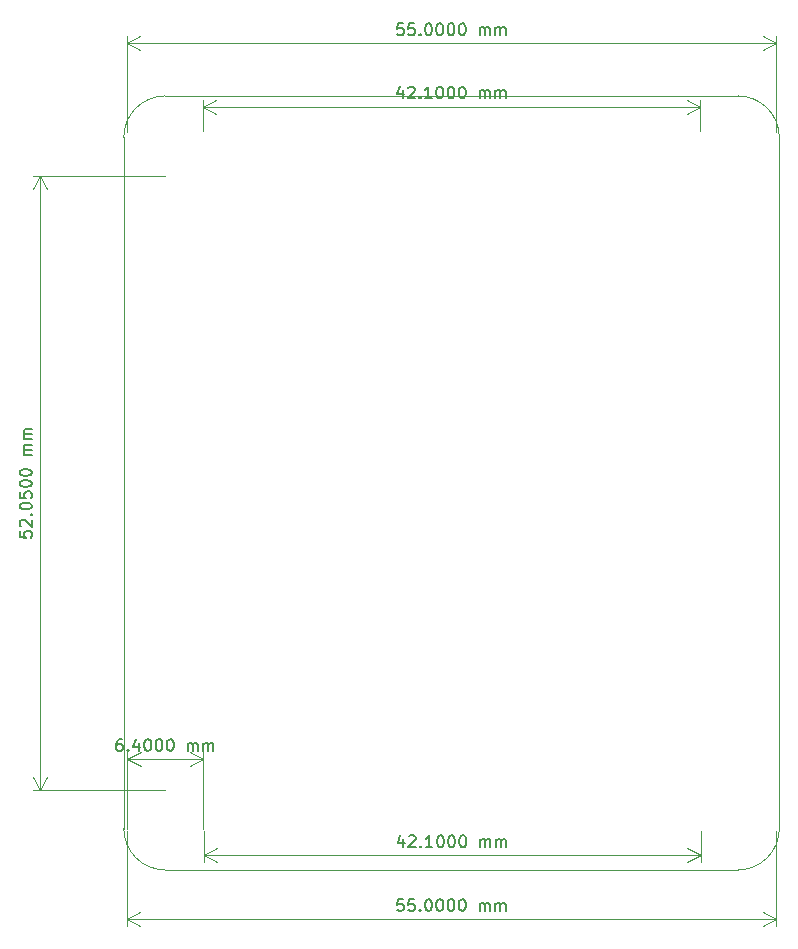
<source format=gbr>
%TF.GenerationSoftware,KiCad,Pcbnew,8.0.6*%
%TF.CreationDate,2025-03-02T18:57:53-07:00*%
%TF.ProjectId,Main Computer,4d61696e-2043-46f6-9d70-757465722e6b,rev?*%
%TF.SameCoordinates,Original*%
%TF.FileFunction,Profile,NP*%
%FSLAX46Y46*%
G04 Gerber Fmt 4.6, Leading zero omitted, Abs format (unit mm)*
G04 Created by KiCad (PCBNEW 8.0.6) date 2025-03-02 18:57:53*
%MOMM*%
%LPD*%
G01*
G04 APERTURE LIST*
%TA.AperFunction,Profile*%
%ADD10C,0.050000*%
%TD*%
%ADD11C,0.150000*%
G04 APERTURE END LIST*
D10*
X96098572Y-91300000D02*
X96098572Y-149824117D01*
X151601428Y-149824117D02*
G75*
G02*
X148100000Y-153325528I-3501428J17D01*
G01*
X99600000Y-153325545D02*
G75*
G02*
X96098555Y-149824117I0J3501445D01*
G01*
X99600000Y-153325545D02*
X148100000Y-153325545D01*
X148100000Y-87798572D02*
G75*
G02*
X151601428Y-91300000I0J-3501428D01*
G01*
X151601428Y-149824117D02*
X151601428Y-91300000D01*
X148100000Y-87798572D02*
X99600000Y-87798572D01*
X96098572Y-91300000D02*
G75*
G02*
X99600000Y-87798572I3501428J0D01*
G01*
D11*
X119754762Y-81654819D02*
X119278572Y-81654819D01*
X119278572Y-81654819D02*
X119230953Y-82131009D01*
X119230953Y-82131009D02*
X119278572Y-82083390D01*
X119278572Y-82083390D02*
X119373810Y-82035771D01*
X119373810Y-82035771D02*
X119611905Y-82035771D01*
X119611905Y-82035771D02*
X119707143Y-82083390D01*
X119707143Y-82083390D02*
X119754762Y-82131009D01*
X119754762Y-82131009D02*
X119802381Y-82226247D01*
X119802381Y-82226247D02*
X119802381Y-82464342D01*
X119802381Y-82464342D02*
X119754762Y-82559580D01*
X119754762Y-82559580D02*
X119707143Y-82607200D01*
X119707143Y-82607200D02*
X119611905Y-82654819D01*
X119611905Y-82654819D02*
X119373810Y-82654819D01*
X119373810Y-82654819D02*
X119278572Y-82607200D01*
X119278572Y-82607200D02*
X119230953Y-82559580D01*
X120707143Y-81654819D02*
X120230953Y-81654819D01*
X120230953Y-81654819D02*
X120183334Y-82131009D01*
X120183334Y-82131009D02*
X120230953Y-82083390D01*
X120230953Y-82083390D02*
X120326191Y-82035771D01*
X120326191Y-82035771D02*
X120564286Y-82035771D01*
X120564286Y-82035771D02*
X120659524Y-82083390D01*
X120659524Y-82083390D02*
X120707143Y-82131009D01*
X120707143Y-82131009D02*
X120754762Y-82226247D01*
X120754762Y-82226247D02*
X120754762Y-82464342D01*
X120754762Y-82464342D02*
X120707143Y-82559580D01*
X120707143Y-82559580D02*
X120659524Y-82607200D01*
X120659524Y-82607200D02*
X120564286Y-82654819D01*
X120564286Y-82654819D02*
X120326191Y-82654819D01*
X120326191Y-82654819D02*
X120230953Y-82607200D01*
X120230953Y-82607200D02*
X120183334Y-82559580D01*
X121183334Y-82559580D02*
X121230953Y-82607200D01*
X121230953Y-82607200D02*
X121183334Y-82654819D01*
X121183334Y-82654819D02*
X121135715Y-82607200D01*
X121135715Y-82607200D02*
X121183334Y-82559580D01*
X121183334Y-82559580D02*
X121183334Y-82654819D01*
X121850000Y-81654819D02*
X121945238Y-81654819D01*
X121945238Y-81654819D02*
X122040476Y-81702438D01*
X122040476Y-81702438D02*
X122088095Y-81750057D01*
X122088095Y-81750057D02*
X122135714Y-81845295D01*
X122135714Y-81845295D02*
X122183333Y-82035771D01*
X122183333Y-82035771D02*
X122183333Y-82273866D01*
X122183333Y-82273866D02*
X122135714Y-82464342D01*
X122135714Y-82464342D02*
X122088095Y-82559580D01*
X122088095Y-82559580D02*
X122040476Y-82607200D01*
X122040476Y-82607200D02*
X121945238Y-82654819D01*
X121945238Y-82654819D02*
X121850000Y-82654819D01*
X121850000Y-82654819D02*
X121754762Y-82607200D01*
X121754762Y-82607200D02*
X121707143Y-82559580D01*
X121707143Y-82559580D02*
X121659524Y-82464342D01*
X121659524Y-82464342D02*
X121611905Y-82273866D01*
X121611905Y-82273866D02*
X121611905Y-82035771D01*
X121611905Y-82035771D02*
X121659524Y-81845295D01*
X121659524Y-81845295D02*
X121707143Y-81750057D01*
X121707143Y-81750057D02*
X121754762Y-81702438D01*
X121754762Y-81702438D02*
X121850000Y-81654819D01*
X122802381Y-81654819D02*
X122897619Y-81654819D01*
X122897619Y-81654819D02*
X122992857Y-81702438D01*
X122992857Y-81702438D02*
X123040476Y-81750057D01*
X123040476Y-81750057D02*
X123088095Y-81845295D01*
X123088095Y-81845295D02*
X123135714Y-82035771D01*
X123135714Y-82035771D02*
X123135714Y-82273866D01*
X123135714Y-82273866D02*
X123088095Y-82464342D01*
X123088095Y-82464342D02*
X123040476Y-82559580D01*
X123040476Y-82559580D02*
X122992857Y-82607200D01*
X122992857Y-82607200D02*
X122897619Y-82654819D01*
X122897619Y-82654819D02*
X122802381Y-82654819D01*
X122802381Y-82654819D02*
X122707143Y-82607200D01*
X122707143Y-82607200D02*
X122659524Y-82559580D01*
X122659524Y-82559580D02*
X122611905Y-82464342D01*
X122611905Y-82464342D02*
X122564286Y-82273866D01*
X122564286Y-82273866D02*
X122564286Y-82035771D01*
X122564286Y-82035771D02*
X122611905Y-81845295D01*
X122611905Y-81845295D02*
X122659524Y-81750057D01*
X122659524Y-81750057D02*
X122707143Y-81702438D01*
X122707143Y-81702438D02*
X122802381Y-81654819D01*
X123754762Y-81654819D02*
X123850000Y-81654819D01*
X123850000Y-81654819D02*
X123945238Y-81702438D01*
X123945238Y-81702438D02*
X123992857Y-81750057D01*
X123992857Y-81750057D02*
X124040476Y-81845295D01*
X124040476Y-81845295D02*
X124088095Y-82035771D01*
X124088095Y-82035771D02*
X124088095Y-82273866D01*
X124088095Y-82273866D02*
X124040476Y-82464342D01*
X124040476Y-82464342D02*
X123992857Y-82559580D01*
X123992857Y-82559580D02*
X123945238Y-82607200D01*
X123945238Y-82607200D02*
X123850000Y-82654819D01*
X123850000Y-82654819D02*
X123754762Y-82654819D01*
X123754762Y-82654819D02*
X123659524Y-82607200D01*
X123659524Y-82607200D02*
X123611905Y-82559580D01*
X123611905Y-82559580D02*
X123564286Y-82464342D01*
X123564286Y-82464342D02*
X123516667Y-82273866D01*
X123516667Y-82273866D02*
X123516667Y-82035771D01*
X123516667Y-82035771D02*
X123564286Y-81845295D01*
X123564286Y-81845295D02*
X123611905Y-81750057D01*
X123611905Y-81750057D02*
X123659524Y-81702438D01*
X123659524Y-81702438D02*
X123754762Y-81654819D01*
X124707143Y-81654819D02*
X124802381Y-81654819D01*
X124802381Y-81654819D02*
X124897619Y-81702438D01*
X124897619Y-81702438D02*
X124945238Y-81750057D01*
X124945238Y-81750057D02*
X124992857Y-81845295D01*
X124992857Y-81845295D02*
X125040476Y-82035771D01*
X125040476Y-82035771D02*
X125040476Y-82273866D01*
X125040476Y-82273866D02*
X124992857Y-82464342D01*
X124992857Y-82464342D02*
X124945238Y-82559580D01*
X124945238Y-82559580D02*
X124897619Y-82607200D01*
X124897619Y-82607200D02*
X124802381Y-82654819D01*
X124802381Y-82654819D02*
X124707143Y-82654819D01*
X124707143Y-82654819D02*
X124611905Y-82607200D01*
X124611905Y-82607200D02*
X124564286Y-82559580D01*
X124564286Y-82559580D02*
X124516667Y-82464342D01*
X124516667Y-82464342D02*
X124469048Y-82273866D01*
X124469048Y-82273866D02*
X124469048Y-82035771D01*
X124469048Y-82035771D02*
X124516667Y-81845295D01*
X124516667Y-81845295D02*
X124564286Y-81750057D01*
X124564286Y-81750057D02*
X124611905Y-81702438D01*
X124611905Y-81702438D02*
X124707143Y-81654819D01*
X126230953Y-82654819D02*
X126230953Y-81988152D01*
X126230953Y-82083390D02*
X126278572Y-82035771D01*
X126278572Y-82035771D02*
X126373810Y-81988152D01*
X126373810Y-81988152D02*
X126516667Y-81988152D01*
X126516667Y-81988152D02*
X126611905Y-82035771D01*
X126611905Y-82035771D02*
X126659524Y-82131009D01*
X126659524Y-82131009D02*
X126659524Y-82654819D01*
X126659524Y-82131009D02*
X126707143Y-82035771D01*
X126707143Y-82035771D02*
X126802381Y-81988152D01*
X126802381Y-81988152D02*
X126945238Y-81988152D01*
X126945238Y-81988152D02*
X127040477Y-82035771D01*
X127040477Y-82035771D02*
X127088096Y-82131009D01*
X127088096Y-82131009D02*
X127088096Y-82654819D01*
X127564286Y-82654819D02*
X127564286Y-81988152D01*
X127564286Y-82083390D02*
X127611905Y-82035771D01*
X127611905Y-82035771D02*
X127707143Y-81988152D01*
X127707143Y-81988152D02*
X127850000Y-81988152D01*
X127850000Y-81988152D02*
X127945238Y-82035771D01*
X127945238Y-82035771D02*
X127992857Y-82131009D01*
X127992857Y-82131009D02*
X127992857Y-82654819D01*
X127992857Y-82131009D02*
X128040476Y-82035771D01*
X128040476Y-82035771D02*
X128135714Y-81988152D01*
X128135714Y-81988152D02*
X128278571Y-81988152D01*
X128278571Y-81988152D02*
X128373810Y-82035771D01*
X128373810Y-82035771D02*
X128421429Y-82131009D01*
X128421429Y-82131009D02*
X128421429Y-82654819D01*
D10*
X151350000Y-90850000D02*
X151350000Y-82763580D01*
X96350000Y-90850000D02*
X96350000Y-82763580D01*
X151350000Y-83350000D02*
X96350000Y-83350000D01*
X151350000Y-83350000D02*
X96350000Y-83350000D01*
X151350000Y-83350000D02*
X150223496Y-83936421D01*
X151350000Y-83350000D02*
X150223496Y-82763579D01*
X96350000Y-83350000D02*
X97476504Y-82763579D01*
X96350000Y-83350000D02*
X97476504Y-83936421D01*
D11*
X119757143Y-150738152D02*
X119757143Y-151404819D01*
X119519048Y-150357200D02*
X119280953Y-151071485D01*
X119280953Y-151071485D02*
X119900000Y-151071485D01*
X120233334Y-150500057D02*
X120280953Y-150452438D01*
X120280953Y-150452438D02*
X120376191Y-150404819D01*
X120376191Y-150404819D02*
X120614286Y-150404819D01*
X120614286Y-150404819D02*
X120709524Y-150452438D01*
X120709524Y-150452438D02*
X120757143Y-150500057D01*
X120757143Y-150500057D02*
X120804762Y-150595295D01*
X120804762Y-150595295D02*
X120804762Y-150690533D01*
X120804762Y-150690533D02*
X120757143Y-150833390D01*
X120757143Y-150833390D02*
X120185715Y-151404819D01*
X120185715Y-151404819D02*
X120804762Y-151404819D01*
X121233334Y-151309580D02*
X121280953Y-151357200D01*
X121280953Y-151357200D02*
X121233334Y-151404819D01*
X121233334Y-151404819D02*
X121185715Y-151357200D01*
X121185715Y-151357200D02*
X121233334Y-151309580D01*
X121233334Y-151309580D02*
X121233334Y-151404819D01*
X122233333Y-151404819D02*
X121661905Y-151404819D01*
X121947619Y-151404819D02*
X121947619Y-150404819D01*
X121947619Y-150404819D02*
X121852381Y-150547676D01*
X121852381Y-150547676D02*
X121757143Y-150642914D01*
X121757143Y-150642914D02*
X121661905Y-150690533D01*
X122852381Y-150404819D02*
X122947619Y-150404819D01*
X122947619Y-150404819D02*
X123042857Y-150452438D01*
X123042857Y-150452438D02*
X123090476Y-150500057D01*
X123090476Y-150500057D02*
X123138095Y-150595295D01*
X123138095Y-150595295D02*
X123185714Y-150785771D01*
X123185714Y-150785771D02*
X123185714Y-151023866D01*
X123185714Y-151023866D02*
X123138095Y-151214342D01*
X123138095Y-151214342D02*
X123090476Y-151309580D01*
X123090476Y-151309580D02*
X123042857Y-151357200D01*
X123042857Y-151357200D02*
X122947619Y-151404819D01*
X122947619Y-151404819D02*
X122852381Y-151404819D01*
X122852381Y-151404819D02*
X122757143Y-151357200D01*
X122757143Y-151357200D02*
X122709524Y-151309580D01*
X122709524Y-151309580D02*
X122661905Y-151214342D01*
X122661905Y-151214342D02*
X122614286Y-151023866D01*
X122614286Y-151023866D02*
X122614286Y-150785771D01*
X122614286Y-150785771D02*
X122661905Y-150595295D01*
X122661905Y-150595295D02*
X122709524Y-150500057D01*
X122709524Y-150500057D02*
X122757143Y-150452438D01*
X122757143Y-150452438D02*
X122852381Y-150404819D01*
X123804762Y-150404819D02*
X123900000Y-150404819D01*
X123900000Y-150404819D02*
X123995238Y-150452438D01*
X123995238Y-150452438D02*
X124042857Y-150500057D01*
X124042857Y-150500057D02*
X124090476Y-150595295D01*
X124090476Y-150595295D02*
X124138095Y-150785771D01*
X124138095Y-150785771D02*
X124138095Y-151023866D01*
X124138095Y-151023866D02*
X124090476Y-151214342D01*
X124090476Y-151214342D02*
X124042857Y-151309580D01*
X124042857Y-151309580D02*
X123995238Y-151357200D01*
X123995238Y-151357200D02*
X123900000Y-151404819D01*
X123900000Y-151404819D02*
X123804762Y-151404819D01*
X123804762Y-151404819D02*
X123709524Y-151357200D01*
X123709524Y-151357200D02*
X123661905Y-151309580D01*
X123661905Y-151309580D02*
X123614286Y-151214342D01*
X123614286Y-151214342D02*
X123566667Y-151023866D01*
X123566667Y-151023866D02*
X123566667Y-150785771D01*
X123566667Y-150785771D02*
X123614286Y-150595295D01*
X123614286Y-150595295D02*
X123661905Y-150500057D01*
X123661905Y-150500057D02*
X123709524Y-150452438D01*
X123709524Y-150452438D02*
X123804762Y-150404819D01*
X124757143Y-150404819D02*
X124852381Y-150404819D01*
X124852381Y-150404819D02*
X124947619Y-150452438D01*
X124947619Y-150452438D02*
X124995238Y-150500057D01*
X124995238Y-150500057D02*
X125042857Y-150595295D01*
X125042857Y-150595295D02*
X125090476Y-150785771D01*
X125090476Y-150785771D02*
X125090476Y-151023866D01*
X125090476Y-151023866D02*
X125042857Y-151214342D01*
X125042857Y-151214342D02*
X124995238Y-151309580D01*
X124995238Y-151309580D02*
X124947619Y-151357200D01*
X124947619Y-151357200D02*
X124852381Y-151404819D01*
X124852381Y-151404819D02*
X124757143Y-151404819D01*
X124757143Y-151404819D02*
X124661905Y-151357200D01*
X124661905Y-151357200D02*
X124614286Y-151309580D01*
X124614286Y-151309580D02*
X124566667Y-151214342D01*
X124566667Y-151214342D02*
X124519048Y-151023866D01*
X124519048Y-151023866D02*
X124519048Y-150785771D01*
X124519048Y-150785771D02*
X124566667Y-150595295D01*
X124566667Y-150595295D02*
X124614286Y-150500057D01*
X124614286Y-150500057D02*
X124661905Y-150452438D01*
X124661905Y-150452438D02*
X124757143Y-150404819D01*
X126280953Y-151404819D02*
X126280953Y-150738152D01*
X126280953Y-150833390D02*
X126328572Y-150785771D01*
X126328572Y-150785771D02*
X126423810Y-150738152D01*
X126423810Y-150738152D02*
X126566667Y-150738152D01*
X126566667Y-150738152D02*
X126661905Y-150785771D01*
X126661905Y-150785771D02*
X126709524Y-150881009D01*
X126709524Y-150881009D02*
X126709524Y-151404819D01*
X126709524Y-150881009D02*
X126757143Y-150785771D01*
X126757143Y-150785771D02*
X126852381Y-150738152D01*
X126852381Y-150738152D02*
X126995238Y-150738152D01*
X126995238Y-150738152D02*
X127090477Y-150785771D01*
X127090477Y-150785771D02*
X127138096Y-150881009D01*
X127138096Y-150881009D02*
X127138096Y-151404819D01*
X127614286Y-151404819D02*
X127614286Y-150738152D01*
X127614286Y-150833390D02*
X127661905Y-150785771D01*
X127661905Y-150785771D02*
X127757143Y-150738152D01*
X127757143Y-150738152D02*
X127900000Y-150738152D01*
X127900000Y-150738152D02*
X127995238Y-150785771D01*
X127995238Y-150785771D02*
X128042857Y-150881009D01*
X128042857Y-150881009D02*
X128042857Y-151404819D01*
X128042857Y-150881009D02*
X128090476Y-150785771D01*
X128090476Y-150785771D02*
X128185714Y-150738152D01*
X128185714Y-150738152D02*
X128328571Y-150738152D01*
X128328571Y-150738152D02*
X128423810Y-150785771D01*
X128423810Y-150785771D02*
X128471429Y-150881009D01*
X128471429Y-150881009D02*
X128471429Y-151404819D01*
D10*
X144950000Y-150000000D02*
X144950000Y-152686420D01*
X102850000Y-150000000D02*
X102850000Y-152686420D01*
X144950000Y-152100000D02*
X102850000Y-152100000D01*
X144950000Y-152100000D02*
X102850000Y-152100000D01*
X144950000Y-152100000D02*
X143823496Y-152686421D01*
X144950000Y-152100000D02*
X143823496Y-151513579D01*
X102850000Y-152100000D02*
X103976504Y-151513579D01*
X102850000Y-152100000D02*
X103976504Y-152686421D01*
D11*
X87304819Y-124670237D02*
X87304819Y-125146427D01*
X87304819Y-125146427D02*
X87781009Y-125194046D01*
X87781009Y-125194046D02*
X87733390Y-125146427D01*
X87733390Y-125146427D02*
X87685771Y-125051189D01*
X87685771Y-125051189D02*
X87685771Y-124813094D01*
X87685771Y-124813094D02*
X87733390Y-124717856D01*
X87733390Y-124717856D02*
X87781009Y-124670237D01*
X87781009Y-124670237D02*
X87876247Y-124622618D01*
X87876247Y-124622618D02*
X88114342Y-124622618D01*
X88114342Y-124622618D02*
X88209580Y-124670237D01*
X88209580Y-124670237D02*
X88257200Y-124717856D01*
X88257200Y-124717856D02*
X88304819Y-124813094D01*
X88304819Y-124813094D02*
X88304819Y-125051189D01*
X88304819Y-125051189D02*
X88257200Y-125146427D01*
X88257200Y-125146427D02*
X88209580Y-125194046D01*
X87400057Y-124241665D02*
X87352438Y-124194046D01*
X87352438Y-124194046D02*
X87304819Y-124098808D01*
X87304819Y-124098808D02*
X87304819Y-123860713D01*
X87304819Y-123860713D02*
X87352438Y-123765475D01*
X87352438Y-123765475D02*
X87400057Y-123717856D01*
X87400057Y-123717856D02*
X87495295Y-123670237D01*
X87495295Y-123670237D02*
X87590533Y-123670237D01*
X87590533Y-123670237D02*
X87733390Y-123717856D01*
X87733390Y-123717856D02*
X88304819Y-124289284D01*
X88304819Y-124289284D02*
X88304819Y-123670237D01*
X88209580Y-123241665D02*
X88257200Y-123194046D01*
X88257200Y-123194046D02*
X88304819Y-123241665D01*
X88304819Y-123241665D02*
X88257200Y-123289284D01*
X88257200Y-123289284D02*
X88209580Y-123241665D01*
X88209580Y-123241665D02*
X88304819Y-123241665D01*
X87304819Y-122574999D02*
X87304819Y-122479761D01*
X87304819Y-122479761D02*
X87352438Y-122384523D01*
X87352438Y-122384523D02*
X87400057Y-122336904D01*
X87400057Y-122336904D02*
X87495295Y-122289285D01*
X87495295Y-122289285D02*
X87685771Y-122241666D01*
X87685771Y-122241666D02*
X87923866Y-122241666D01*
X87923866Y-122241666D02*
X88114342Y-122289285D01*
X88114342Y-122289285D02*
X88209580Y-122336904D01*
X88209580Y-122336904D02*
X88257200Y-122384523D01*
X88257200Y-122384523D02*
X88304819Y-122479761D01*
X88304819Y-122479761D02*
X88304819Y-122574999D01*
X88304819Y-122574999D02*
X88257200Y-122670237D01*
X88257200Y-122670237D02*
X88209580Y-122717856D01*
X88209580Y-122717856D02*
X88114342Y-122765475D01*
X88114342Y-122765475D02*
X87923866Y-122813094D01*
X87923866Y-122813094D02*
X87685771Y-122813094D01*
X87685771Y-122813094D02*
X87495295Y-122765475D01*
X87495295Y-122765475D02*
X87400057Y-122717856D01*
X87400057Y-122717856D02*
X87352438Y-122670237D01*
X87352438Y-122670237D02*
X87304819Y-122574999D01*
X87304819Y-121336904D02*
X87304819Y-121813094D01*
X87304819Y-121813094D02*
X87781009Y-121860713D01*
X87781009Y-121860713D02*
X87733390Y-121813094D01*
X87733390Y-121813094D02*
X87685771Y-121717856D01*
X87685771Y-121717856D02*
X87685771Y-121479761D01*
X87685771Y-121479761D02*
X87733390Y-121384523D01*
X87733390Y-121384523D02*
X87781009Y-121336904D01*
X87781009Y-121336904D02*
X87876247Y-121289285D01*
X87876247Y-121289285D02*
X88114342Y-121289285D01*
X88114342Y-121289285D02*
X88209580Y-121336904D01*
X88209580Y-121336904D02*
X88257200Y-121384523D01*
X88257200Y-121384523D02*
X88304819Y-121479761D01*
X88304819Y-121479761D02*
X88304819Y-121717856D01*
X88304819Y-121717856D02*
X88257200Y-121813094D01*
X88257200Y-121813094D02*
X88209580Y-121860713D01*
X87304819Y-120670237D02*
X87304819Y-120574999D01*
X87304819Y-120574999D02*
X87352438Y-120479761D01*
X87352438Y-120479761D02*
X87400057Y-120432142D01*
X87400057Y-120432142D02*
X87495295Y-120384523D01*
X87495295Y-120384523D02*
X87685771Y-120336904D01*
X87685771Y-120336904D02*
X87923866Y-120336904D01*
X87923866Y-120336904D02*
X88114342Y-120384523D01*
X88114342Y-120384523D02*
X88209580Y-120432142D01*
X88209580Y-120432142D02*
X88257200Y-120479761D01*
X88257200Y-120479761D02*
X88304819Y-120574999D01*
X88304819Y-120574999D02*
X88304819Y-120670237D01*
X88304819Y-120670237D02*
X88257200Y-120765475D01*
X88257200Y-120765475D02*
X88209580Y-120813094D01*
X88209580Y-120813094D02*
X88114342Y-120860713D01*
X88114342Y-120860713D02*
X87923866Y-120908332D01*
X87923866Y-120908332D02*
X87685771Y-120908332D01*
X87685771Y-120908332D02*
X87495295Y-120860713D01*
X87495295Y-120860713D02*
X87400057Y-120813094D01*
X87400057Y-120813094D02*
X87352438Y-120765475D01*
X87352438Y-120765475D02*
X87304819Y-120670237D01*
X87304819Y-119717856D02*
X87304819Y-119622618D01*
X87304819Y-119622618D02*
X87352438Y-119527380D01*
X87352438Y-119527380D02*
X87400057Y-119479761D01*
X87400057Y-119479761D02*
X87495295Y-119432142D01*
X87495295Y-119432142D02*
X87685771Y-119384523D01*
X87685771Y-119384523D02*
X87923866Y-119384523D01*
X87923866Y-119384523D02*
X88114342Y-119432142D01*
X88114342Y-119432142D02*
X88209580Y-119479761D01*
X88209580Y-119479761D02*
X88257200Y-119527380D01*
X88257200Y-119527380D02*
X88304819Y-119622618D01*
X88304819Y-119622618D02*
X88304819Y-119717856D01*
X88304819Y-119717856D02*
X88257200Y-119813094D01*
X88257200Y-119813094D02*
X88209580Y-119860713D01*
X88209580Y-119860713D02*
X88114342Y-119908332D01*
X88114342Y-119908332D02*
X87923866Y-119955951D01*
X87923866Y-119955951D02*
X87685771Y-119955951D01*
X87685771Y-119955951D02*
X87495295Y-119908332D01*
X87495295Y-119908332D02*
X87400057Y-119860713D01*
X87400057Y-119860713D02*
X87352438Y-119813094D01*
X87352438Y-119813094D02*
X87304819Y-119717856D01*
X88304819Y-118194046D02*
X87638152Y-118194046D01*
X87733390Y-118194046D02*
X87685771Y-118146427D01*
X87685771Y-118146427D02*
X87638152Y-118051189D01*
X87638152Y-118051189D02*
X87638152Y-117908332D01*
X87638152Y-117908332D02*
X87685771Y-117813094D01*
X87685771Y-117813094D02*
X87781009Y-117765475D01*
X87781009Y-117765475D02*
X88304819Y-117765475D01*
X87781009Y-117765475D02*
X87685771Y-117717856D01*
X87685771Y-117717856D02*
X87638152Y-117622618D01*
X87638152Y-117622618D02*
X87638152Y-117479761D01*
X87638152Y-117479761D02*
X87685771Y-117384522D01*
X87685771Y-117384522D02*
X87781009Y-117336903D01*
X87781009Y-117336903D02*
X88304819Y-117336903D01*
X88304819Y-116860713D02*
X87638152Y-116860713D01*
X87733390Y-116860713D02*
X87685771Y-116813094D01*
X87685771Y-116813094D02*
X87638152Y-116717856D01*
X87638152Y-116717856D02*
X87638152Y-116574999D01*
X87638152Y-116574999D02*
X87685771Y-116479761D01*
X87685771Y-116479761D02*
X87781009Y-116432142D01*
X87781009Y-116432142D02*
X88304819Y-116432142D01*
X87781009Y-116432142D02*
X87685771Y-116384523D01*
X87685771Y-116384523D02*
X87638152Y-116289285D01*
X87638152Y-116289285D02*
X87638152Y-116146428D01*
X87638152Y-116146428D02*
X87685771Y-116051189D01*
X87685771Y-116051189D02*
X87781009Y-116003570D01*
X87781009Y-116003570D02*
X88304819Y-116003570D01*
D10*
X99600000Y-146600000D02*
X88413580Y-146600000D01*
X99600000Y-94550000D02*
X88413580Y-94550000D01*
X89000000Y-146600000D02*
X89000000Y-94550000D01*
X89000000Y-146600000D02*
X89000000Y-94550000D01*
X89000000Y-146600000D02*
X88413579Y-145473496D01*
X89000000Y-146600000D02*
X89586421Y-145473496D01*
X89000000Y-94550000D02*
X89586421Y-95676504D01*
X89000000Y-94550000D02*
X88413579Y-95676504D01*
D11*
X119707143Y-87338152D02*
X119707143Y-88004819D01*
X119469048Y-86957200D02*
X119230953Y-87671485D01*
X119230953Y-87671485D02*
X119850000Y-87671485D01*
X120183334Y-87100057D02*
X120230953Y-87052438D01*
X120230953Y-87052438D02*
X120326191Y-87004819D01*
X120326191Y-87004819D02*
X120564286Y-87004819D01*
X120564286Y-87004819D02*
X120659524Y-87052438D01*
X120659524Y-87052438D02*
X120707143Y-87100057D01*
X120707143Y-87100057D02*
X120754762Y-87195295D01*
X120754762Y-87195295D02*
X120754762Y-87290533D01*
X120754762Y-87290533D02*
X120707143Y-87433390D01*
X120707143Y-87433390D02*
X120135715Y-88004819D01*
X120135715Y-88004819D02*
X120754762Y-88004819D01*
X121183334Y-87909580D02*
X121230953Y-87957200D01*
X121230953Y-87957200D02*
X121183334Y-88004819D01*
X121183334Y-88004819D02*
X121135715Y-87957200D01*
X121135715Y-87957200D02*
X121183334Y-87909580D01*
X121183334Y-87909580D02*
X121183334Y-88004819D01*
X122183333Y-88004819D02*
X121611905Y-88004819D01*
X121897619Y-88004819D02*
X121897619Y-87004819D01*
X121897619Y-87004819D02*
X121802381Y-87147676D01*
X121802381Y-87147676D02*
X121707143Y-87242914D01*
X121707143Y-87242914D02*
X121611905Y-87290533D01*
X122802381Y-87004819D02*
X122897619Y-87004819D01*
X122897619Y-87004819D02*
X122992857Y-87052438D01*
X122992857Y-87052438D02*
X123040476Y-87100057D01*
X123040476Y-87100057D02*
X123088095Y-87195295D01*
X123088095Y-87195295D02*
X123135714Y-87385771D01*
X123135714Y-87385771D02*
X123135714Y-87623866D01*
X123135714Y-87623866D02*
X123088095Y-87814342D01*
X123088095Y-87814342D02*
X123040476Y-87909580D01*
X123040476Y-87909580D02*
X122992857Y-87957200D01*
X122992857Y-87957200D02*
X122897619Y-88004819D01*
X122897619Y-88004819D02*
X122802381Y-88004819D01*
X122802381Y-88004819D02*
X122707143Y-87957200D01*
X122707143Y-87957200D02*
X122659524Y-87909580D01*
X122659524Y-87909580D02*
X122611905Y-87814342D01*
X122611905Y-87814342D02*
X122564286Y-87623866D01*
X122564286Y-87623866D02*
X122564286Y-87385771D01*
X122564286Y-87385771D02*
X122611905Y-87195295D01*
X122611905Y-87195295D02*
X122659524Y-87100057D01*
X122659524Y-87100057D02*
X122707143Y-87052438D01*
X122707143Y-87052438D02*
X122802381Y-87004819D01*
X123754762Y-87004819D02*
X123850000Y-87004819D01*
X123850000Y-87004819D02*
X123945238Y-87052438D01*
X123945238Y-87052438D02*
X123992857Y-87100057D01*
X123992857Y-87100057D02*
X124040476Y-87195295D01*
X124040476Y-87195295D02*
X124088095Y-87385771D01*
X124088095Y-87385771D02*
X124088095Y-87623866D01*
X124088095Y-87623866D02*
X124040476Y-87814342D01*
X124040476Y-87814342D02*
X123992857Y-87909580D01*
X123992857Y-87909580D02*
X123945238Y-87957200D01*
X123945238Y-87957200D02*
X123850000Y-88004819D01*
X123850000Y-88004819D02*
X123754762Y-88004819D01*
X123754762Y-88004819D02*
X123659524Y-87957200D01*
X123659524Y-87957200D02*
X123611905Y-87909580D01*
X123611905Y-87909580D02*
X123564286Y-87814342D01*
X123564286Y-87814342D02*
X123516667Y-87623866D01*
X123516667Y-87623866D02*
X123516667Y-87385771D01*
X123516667Y-87385771D02*
X123564286Y-87195295D01*
X123564286Y-87195295D02*
X123611905Y-87100057D01*
X123611905Y-87100057D02*
X123659524Y-87052438D01*
X123659524Y-87052438D02*
X123754762Y-87004819D01*
X124707143Y-87004819D02*
X124802381Y-87004819D01*
X124802381Y-87004819D02*
X124897619Y-87052438D01*
X124897619Y-87052438D02*
X124945238Y-87100057D01*
X124945238Y-87100057D02*
X124992857Y-87195295D01*
X124992857Y-87195295D02*
X125040476Y-87385771D01*
X125040476Y-87385771D02*
X125040476Y-87623866D01*
X125040476Y-87623866D02*
X124992857Y-87814342D01*
X124992857Y-87814342D02*
X124945238Y-87909580D01*
X124945238Y-87909580D02*
X124897619Y-87957200D01*
X124897619Y-87957200D02*
X124802381Y-88004819D01*
X124802381Y-88004819D02*
X124707143Y-88004819D01*
X124707143Y-88004819D02*
X124611905Y-87957200D01*
X124611905Y-87957200D02*
X124564286Y-87909580D01*
X124564286Y-87909580D02*
X124516667Y-87814342D01*
X124516667Y-87814342D02*
X124469048Y-87623866D01*
X124469048Y-87623866D02*
X124469048Y-87385771D01*
X124469048Y-87385771D02*
X124516667Y-87195295D01*
X124516667Y-87195295D02*
X124564286Y-87100057D01*
X124564286Y-87100057D02*
X124611905Y-87052438D01*
X124611905Y-87052438D02*
X124707143Y-87004819D01*
X126230953Y-88004819D02*
X126230953Y-87338152D01*
X126230953Y-87433390D02*
X126278572Y-87385771D01*
X126278572Y-87385771D02*
X126373810Y-87338152D01*
X126373810Y-87338152D02*
X126516667Y-87338152D01*
X126516667Y-87338152D02*
X126611905Y-87385771D01*
X126611905Y-87385771D02*
X126659524Y-87481009D01*
X126659524Y-87481009D02*
X126659524Y-88004819D01*
X126659524Y-87481009D02*
X126707143Y-87385771D01*
X126707143Y-87385771D02*
X126802381Y-87338152D01*
X126802381Y-87338152D02*
X126945238Y-87338152D01*
X126945238Y-87338152D02*
X127040477Y-87385771D01*
X127040477Y-87385771D02*
X127088096Y-87481009D01*
X127088096Y-87481009D02*
X127088096Y-88004819D01*
X127564286Y-88004819D02*
X127564286Y-87338152D01*
X127564286Y-87433390D02*
X127611905Y-87385771D01*
X127611905Y-87385771D02*
X127707143Y-87338152D01*
X127707143Y-87338152D02*
X127850000Y-87338152D01*
X127850000Y-87338152D02*
X127945238Y-87385771D01*
X127945238Y-87385771D02*
X127992857Y-87481009D01*
X127992857Y-87481009D02*
X127992857Y-88004819D01*
X127992857Y-87481009D02*
X128040476Y-87385771D01*
X128040476Y-87385771D02*
X128135714Y-87338152D01*
X128135714Y-87338152D02*
X128278571Y-87338152D01*
X128278571Y-87338152D02*
X128373810Y-87385771D01*
X128373810Y-87385771D02*
X128421429Y-87481009D01*
X128421429Y-87481009D02*
X128421429Y-88004819D01*
D10*
X102800000Y-90800000D02*
X102800000Y-88113580D01*
X144900000Y-90800000D02*
X144900000Y-88113580D01*
X102800000Y-88700000D02*
X144900000Y-88700000D01*
X102800000Y-88700000D02*
X144900000Y-88700000D01*
X102800000Y-88700000D02*
X103926504Y-88113579D01*
X102800000Y-88700000D02*
X103926504Y-89286421D01*
X144900000Y-88700000D02*
X143773496Y-89286421D01*
X144900000Y-88700000D02*
X143773496Y-88113579D01*
D11*
X119754762Y-155804819D02*
X119278572Y-155804819D01*
X119278572Y-155804819D02*
X119230953Y-156281009D01*
X119230953Y-156281009D02*
X119278572Y-156233390D01*
X119278572Y-156233390D02*
X119373810Y-156185771D01*
X119373810Y-156185771D02*
X119611905Y-156185771D01*
X119611905Y-156185771D02*
X119707143Y-156233390D01*
X119707143Y-156233390D02*
X119754762Y-156281009D01*
X119754762Y-156281009D02*
X119802381Y-156376247D01*
X119802381Y-156376247D02*
X119802381Y-156614342D01*
X119802381Y-156614342D02*
X119754762Y-156709580D01*
X119754762Y-156709580D02*
X119707143Y-156757200D01*
X119707143Y-156757200D02*
X119611905Y-156804819D01*
X119611905Y-156804819D02*
X119373810Y-156804819D01*
X119373810Y-156804819D02*
X119278572Y-156757200D01*
X119278572Y-156757200D02*
X119230953Y-156709580D01*
X120707143Y-155804819D02*
X120230953Y-155804819D01*
X120230953Y-155804819D02*
X120183334Y-156281009D01*
X120183334Y-156281009D02*
X120230953Y-156233390D01*
X120230953Y-156233390D02*
X120326191Y-156185771D01*
X120326191Y-156185771D02*
X120564286Y-156185771D01*
X120564286Y-156185771D02*
X120659524Y-156233390D01*
X120659524Y-156233390D02*
X120707143Y-156281009D01*
X120707143Y-156281009D02*
X120754762Y-156376247D01*
X120754762Y-156376247D02*
X120754762Y-156614342D01*
X120754762Y-156614342D02*
X120707143Y-156709580D01*
X120707143Y-156709580D02*
X120659524Y-156757200D01*
X120659524Y-156757200D02*
X120564286Y-156804819D01*
X120564286Y-156804819D02*
X120326191Y-156804819D01*
X120326191Y-156804819D02*
X120230953Y-156757200D01*
X120230953Y-156757200D02*
X120183334Y-156709580D01*
X121183334Y-156709580D02*
X121230953Y-156757200D01*
X121230953Y-156757200D02*
X121183334Y-156804819D01*
X121183334Y-156804819D02*
X121135715Y-156757200D01*
X121135715Y-156757200D02*
X121183334Y-156709580D01*
X121183334Y-156709580D02*
X121183334Y-156804819D01*
X121850000Y-155804819D02*
X121945238Y-155804819D01*
X121945238Y-155804819D02*
X122040476Y-155852438D01*
X122040476Y-155852438D02*
X122088095Y-155900057D01*
X122088095Y-155900057D02*
X122135714Y-155995295D01*
X122135714Y-155995295D02*
X122183333Y-156185771D01*
X122183333Y-156185771D02*
X122183333Y-156423866D01*
X122183333Y-156423866D02*
X122135714Y-156614342D01*
X122135714Y-156614342D02*
X122088095Y-156709580D01*
X122088095Y-156709580D02*
X122040476Y-156757200D01*
X122040476Y-156757200D02*
X121945238Y-156804819D01*
X121945238Y-156804819D02*
X121850000Y-156804819D01*
X121850000Y-156804819D02*
X121754762Y-156757200D01*
X121754762Y-156757200D02*
X121707143Y-156709580D01*
X121707143Y-156709580D02*
X121659524Y-156614342D01*
X121659524Y-156614342D02*
X121611905Y-156423866D01*
X121611905Y-156423866D02*
X121611905Y-156185771D01*
X121611905Y-156185771D02*
X121659524Y-155995295D01*
X121659524Y-155995295D02*
X121707143Y-155900057D01*
X121707143Y-155900057D02*
X121754762Y-155852438D01*
X121754762Y-155852438D02*
X121850000Y-155804819D01*
X122802381Y-155804819D02*
X122897619Y-155804819D01*
X122897619Y-155804819D02*
X122992857Y-155852438D01*
X122992857Y-155852438D02*
X123040476Y-155900057D01*
X123040476Y-155900057D02*
X123088095Y-155995295D01*
X123088095Y-155995295D02*
X123135714Y-156185771D01*
X123135714Y-156185771D02*
X123135714Y-156423866D01*
X123135714Y-156423866D02*
X123088095Y-156614342D01*
X123088095Y-156614342D02*
X123040476Y-156709580D01*
X123040476Y-156709580D02*
X122992857Y-156757200D01*
X122992857Y-156757200D02*
X122897619Y-156804819D01*
X122897619Y-156804819D02*
X122802381Y-156804819D01*
X122802381Y-156804819D02*
X122707143Y-156757200D01*
X122707143Y-156757200D02*
X122659524Y-156709580D01*
X122659524Y-156709580D02*
X122611905Y-156614342D01*
X122611905Y-156614342D02*
X122564286Y-156423866D01*
X122564286Y-156423866D02*
X122564286Y-156185771D01*
X122564286Y-156185771D02*
X122611905Y-155995295D01*
X122611905Y-155995295D02*
X122659524Y-155900057D01*
X122659524Y-155900057D02*
X122707143Y-155852438D01*
X122707143Y-155852438D02*
X122802381Y-155804819D01*
X123754762Y-155804819D02*
X123850000Y-155804819D01*
X123850000Y-155804819D02*
X123945238Y-155852438D01*
X123945238Y-155852438D02*
X123992857Y-155900057D01*
X123992857Y-155900057D02*
X124040476Y-155995295D01*
X124040476Y-155995295D02*
X124088095Y-156185771D01*
X124088095Y-156185771D02*
X124088095Y-156423866D01*
X124088095Y-156423866D02*
X124040476Y-156614342D01*
X124040476Y-156614342D02*
X123992857Y-156709580D01*
X123992857Y-156709580D02*
X123945238Y-156757200D01*
X123945238Y-156757200D02*
X123850000Y-156804819D01*
X123850000Y-156804819D02*
X123754762Y-156804819D01*
X123754762Y-156804819D02*
X123659524Y-156757200D01*
X123659524Y-156757200D02*
X123611905Y-156709580D01*
X123611905Y-156709580D02*
X123564286Y-156614342D01*
X123564286Y-156614342D02*
X123516667Y-156423866D01*
X123516667Y-156423866D02*
X123516667Y-156185771D01*
X123516667Y-156185771D02*
X123564286Y-155995295D01*
X123564286Y-155995295D02*
X123611905Y-155900057D01*
X123611905Y-155900057D02*
X123659524Y-155852438D01*
X123659524Y-155852438D02*
X123754762Y-155804819D01*
X124707143Y-155804819D02*
X124802381Y-155804819D01*
X124802381Y-155804819D02*
X124897619Y-155852438D01*
X124897619Y-155852438D02*
X124945238Y-155900057D01*
X124945238Y-155900057D02*
X124992857Y-155995295D01*
X124992857Y-155995295D02*
X125040476Y-156185771D01*
X125040476Y-156185771D02*
X125040476Y-156423866D01*
X125040476Y-156423866D02*
X124992857Y-156614342D01*
X124992857Y-156614342D02*
X124945238Y-156709580D01*
X124945238Y-156709580D02*
X124897619Y-156757200D01*
X124897619Y-156757200D02*
X124802381Y-156804819D01*
X124802381Y-156804819D02*
X124707143Y-156804819D01*
X124707143Y-156804819D02*
X124611905Y-156757200D01*
X124611905Y-156757200D02*
X124564286Y-156709580D01*
X124564286Y-156709580D02*
X124516667Y-156614342D01*
X124516667Y-156614342D02*
X124469048Y-156423866D01*
X124469048Y-156423866D02*
X124469048Y-156185771D01*
X124469048Y-156185771D02*
X124516667Y-155995295D01*
X124516667Y-155995295D02*
X124564286Y-155900057D01*
X124564286Y-155900057D02*
X124611905Y-155852438D01*
X124611905Y-155852438D02*
X124707143Y-155804819D01*
X126230953Y-156804819D02*
X126230953Y-156138152D01*
X126230953Y-156233390D02*
X126278572Y-156185771D01*
X126278572Y-156185771D02*
X126373810Y-156138152D01*
X126373810Y-156138152D02*
X126516667Y-156138152D01*
X126516667Y-156138152D02*
X126611905Y-156185771D01*
X126611905Y-156185771D02*
X126659524Y-156281009D01*
X126659524Y-156281009D02*
X126659524Y-156804819D01*
X126659524Y-156281009D02*
X126707143Y-156185771D01*
X126707143Y-156185771D02*
X126802381Y-156138152D01*
X126802381Y-156138152D02*
X126945238Y-156138152D01*
X126945238Y-156138152D02*
X127040477Y-156185771D01*
X127040477Y-156185771D02*
X127088096Y-156281009D01*
X127088096Y-156281009D02*
X127088096Y-156804819D01*
X127564286Y-156804819D02*
X127564286Y-156138152D01*
X127564286Y-156233390D02*
X127611905Y-156185771D01*
X127611905Y-156185771D02*
X127707143Y-156138152D01*
X127707143Y-156138152D02*
X127850000Y-156138152D01*
X127850000Y-156138152D02*
X127945238Y-156185771D01*
X127945238Y-156185771D02*
X127992857Y-156281009D01*
X127992857Y-156281009D02*
X127992857Y-156804819D01*
X127992857Y-156281009D02*
X128040476Y-156185771D01*
X128040476Y-156185771D02*
X128135714Y-156138152D01*
X128135714Y-156138152D02*
X128278571Y-156138152D01*
X128278571Y-156138152D02*
X128373810Y-156185771D01*
X128373810Y-156185771D02*
X128421429Y-156281009D01*
X128421429Y-156281009D02*
X128421429Y-156804819D01*
D10*
X96350000Y-150000000D02*
X96350000Y-158086420D01*
X151350000Y-150000000D02*
X151350000Y-158086420D01*
X96350000Y-157500000D02*
X151350000Y-157500000D01*
X96350000Y-157500000D02*
X151350000Y-157500000D01*
X96350000Y-157500000D02*
X97476504Y-156913579D01*
X96350000Y-157500000D02*
X97476504Y-158086421D01*
X151350000Y-157500000D02*
X150223496Y-158086421D01*
X151350000Y-157500000D02*
X150223496Y-156913579D01*
D11*
X95933333Y-142254819D02*
X95742857Y-142254819D01*
X95742857Y-142254819D02*
X95647619Y-142302438D01*
X95647619Y-142302438D02*
X95600000Y-142350057D01*
X95600000Y-142350057D02*
X95504762Y-142492914D01*
X95504762Y-142492914D02*
X95457143Y-142683390D01*
X95457143Y-142683390D02*
X95457143Y-143064342D01*
X95457143Y-143064342D02*
X95504762Y-143159580D01*
X95504762Y-143159580D02*
X95552381Y-143207200D01*
X95552381Y-143207200D02*
X95647619Y-143254819D01*
X95647619Y-143254819D02*
X95838095Y-143254819D01*
X95838095Y-143254819D02*
X95933333Y-143207200D01*
X95933333Y-143207200D02*
X95980952Y-143159580D01*
X95980952Y-143159580D02*
X96028571Y-143064342D01*
X96028571Y-143064342D02*
X96028571Y-142826247D01*
X96028571Y-142826247D02*
X95980952Y-142731009D01*
X95980952Y-142731009D02*
X95933333Y-142683390D01*
X95933333Y-142683390D02*
X95838095Y-142635771D01*
X95838095Y-142635771D02*
X95647619Y-142635771D01*
X95647619Y-142635771D02*
X95552381Y-142683390D01*
X95552381Y-142683390D02*
X95504762Y-142731009D01*
X95504762Y-142731009D02*
X95457143Y-142826247D01*
X96457143Y-143159580D02*
X96504762Y-143207200D01*
X96504762Y-143207200D02*
X96457143Y-143254819D01*
X96457143Y-143254819D02*
X96409524Y-143207200D01*
X96409524Y-143207200D02*
X96457143Y-143159580D01*
X96457143Y-143159580D02*
X96457143Y-143254819D01*
X97361904Y-142588152D02*
X97361904Y-143254819D01*
X97123809Y-142207200D02*
X96885714Y-142921485D01*
X96885714Y-142921485D02*
X97504761Y-142921485D01*
X98076190Y-142254819D02*
X98171428Y-142254819D01*
X98171428Y-142254819D02*
X98266666Y-142302438D01*
X98266666Y-142302438D02*
X98314285Y-142350057D01*
X98314285Y-142350057D02*
X98361904Y-142445295D01*
X98361904Y-142445295D02*
X98409523Y-142635771D01*
X98409523Y-142635771D02*
X98409523Y-142873866D01*
X98409523Y-142873866D02*
X98361904Y-143064342D01*
X98361904Y-143064342D02*
X98314285Y-143159580D01*
X98314285Y-143159580D02*
X98266666Y-143207200D01*
X98266666Y-143207200D02*
X98171428Y-143254819D01*
X98171428Y-143254819D02*
X98076190Y-143254819D01*
X98076190Y-143254819D02*
X97980952Y-143207200D01*
X97980952Y-143207200D02*
X97933333Y-143159580D01*
X97933333Y-143159580D02*
X97885714Y-143064342D01*
X97885714Y-143064342D02*
X97838095Y-142873866D01*
X97838095Y-142873866D02*
X97838095Y-142635771D01*
X97838095Y-142635771D02*
X97885714Y-142445295D01*
X97885714Y-142445295D02*
X97933333Y-142350057D01*
X97933333Y-142350057D02*
X97980952Y-142302438D01*
X97980952Y-142302438D02*
X98076190Y-142254819D01*
X99028571Y-142254819D02*
X99123809Y-142254819D01*
X99123809Y-142254819D02*
X99219047Y-142302438D01*
X99219047Y-142302438D02*
X99266666Y-142350057D01*
X99266666Y-142350057D02*
X99314285Y-142445295D01*
X99314285Y-142445295D02*
X99361904Y-142635771D01*
X99361904Y-142635771D02*
X99361904Y-142873866D01*
X99361904Y-142873866D02*
X99314285Y-143064342D01*
X99314285Y-143064342D02*
X99266666Y-143159580D01*
X99266666Y-143159580D02*
X99219047Y-143207200D01*
X99219047Y-143207200D02*
X99123809Y-143254819D01*
X99123809Y-143254819D02*
X99028571Y-143254819D01*
X99028571Y-143254819D02*
X98933333Y-143207200D01*
X98933333Y-143207200D02*
X98885714Y-143159580D01*
X98885714Y-143159580D02*
X98838095Y-143064342D01*
X98838095Y-143064342D02*
X98790476Y-142873866D01*
X98790476Y-142873866D02*
X98790476Y-142635771D01*
X98790476Y-142635771D02*
X98838095Y-142445295D01*
X98838095Y-142445295D02*
X98885714Y-142350057D01*
X98885714Y-142350057D02*
X98933333Y-142302438D01*
X98933333Y-142302438D02*
X99028571Y-142254819D01*
X99980952Y-142254819D02*
X100076190Y-142254819D01*
X100076190Y-142254819D02*
X100171428Y-142302438D01*
X100171428Y-142302438D02*
X100219047Y-142350057D01*
X100219047Y-142350057D02*
X100266666Y-142445295D01*
X100266666Y-142445295D02*
X100314285Y-142635771D01*
X100314285Y-142635771D02*
X100314285Y-142873866D01*
X100314285Y-142873866D02*
X100266666Y-143064342D01*
X100266666Y-143064342D02*
X100219047Y-143159580D01*
X100219047Y-143159580D02*
X100171428Y-143207200D01*
X100171428Y-143207200D02*
X100076190Y-143254819D01*
X100076190Y-143254819D02*
X99980952Y-143254819D01*
X99980952Y-143254819D02*
X99885714Y-143207200D01*
X99885714Y-143207200D02*
X99838095Y-143159580D01*
X99838095Y-143159580D02*
X99790476Y-143064342D01*
X99790476Y-143064342D02*
X99742857Y-142873866D01*
X99742857Y-142873866D02*
X99742857Y-142635771D01*
X99742857Y-142635771D02*
X99790476Y-142445295D01*
X99790476Y-142445295D02*
X99838095Y-142350057D01*
X99838095Y-142350057D02*
X99885714Y-142302438D01*
X99885714Y-142302438D02*
X99980952Y-142254819D01*
X101504762Y-143254819D02*
X101504762Y-142588152D01*
X101504762Y-142683390D02*
X101552381Y-142635771D01*
X101552381Y-142635771D02*
X101647619Y-142588152D01*
X101647619Y-142588152D02*
X101790476Y-142588152D01*
X101790476Y-142588152D02*
X101885714Y-142635771D01*
X101885714Y-142635771D02*
X101933333Y-142731009D01*
X101933333Y-142731009D02*
X101933333Y-143254819D01*
X101933333Y-142731009D02*
X101980952Y-142635771D01*
X101980952Y-142635771D02*
X102076190Y-142588152D01*
X102076190Y-142588152D02*
X102219047Y-142588152D01*
X102219047Y-142588152D02*
X102314286Y-142635771D01*
X102314286Y-142635771D02*
X102361905Y-142731009D01*
X102361905Y-142731009D02*
X102361905Y-143254819D01*
X102838095Y-143254819D02*
X102838095Y-142588152D01*
X102838095Y-142683390D02*
X102885714Y-142635771D01*
X102885714Y-142635771D02*
X102980952Y-142588152D01*
X102980952Y-142588152D02*
X103123809Y-142588152D01*
X103123809Y-142588152D02*
X103219047Y-142635771D01*
X103219047Y-142635771D02*
X103266666Y-142731009D01*
X103266666Y-142731009D02*
X103266666Y-143254819D01*
X103266666Y-142731009D02*
X103314285Y-142635771D01*
X103314285Y-142635771D02*
X103409523Y-142588152D01*
X103409523Y-142588152D02*
X103552380Y-142588152D01*
X103552380Y-142588152D02*
X103647619Y-142635771D01*
X103647619Y-142635771D02*
X103695238Y-142731009D01*
X103695238Y-142731009D02*
X103695238Y-143254819D01*
D10*
X96400000Y-149900000D02*
X96400000Y-143363580D01*
X102800000Y-149900000D02*
X102800000Y-143363580D01*
X96400000Y-143950000D02*
X102800000Y-143950000D01*
X96400000Y-143950000D02*
X102800000Y-143950000D01*
X96400000Y-143950000D02*
X97526504Y-143363579D01*
X96400000Y-143950000D02*
X97526504Y-144536421D01*
X102800000Y-143950000D02*
X101673496Y-144536421D01*
X102800000Y-143950000D02*
X101673496Y-143363579D01*
M02*

</source>
